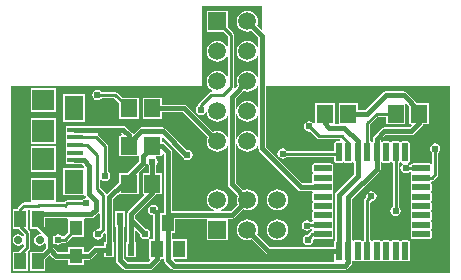
<source format=gtl>
G04*
G04 #@! TF.GenerationSoftware,Altium Limited,Altium Designer,18.1.9 (240)*
G04*
G04 Layer_Physical_Order=1*
G04 Layer_Color=255*
%FSLAX24Y24*%
%MOIN*%
G70*
G01*
G75*
%ADD16R,0.0531X0.0157*%
%ADD17R,0.0630X0.0827*%
%ADD18R,0.0748X0.0709*%
%ADD19R,0.0748X0.0748*%
%ADD20R,0.0413X0.0551*%
%ADD21R,0.0394X0.0551*%
%ADD22R,0.0236X0.0413*%
%ADD23R,0.0551X0.0591*%
G04:AMPARAMS|DCode=24|XSize=61.4mil|YSize=21.7mil|CornerRadius=2.7mil|HoleSize=0mil|Usage=FLASHONLY|Rotation=0.000|XOffset=0mil|YOffset=0mil|HoleType=Round|Shape=RoundedRectangle|*
%AMROUNDEDRECTD24*
21,1,0.0614,0.0162,0,0,0.0*
21,1,0.0560,0.0217,0,0,0.0*
1,1,0.0054,0.0280,-0.0081*
1,1,0.0054,-0.0280,-0.0081*
1,1,0.0054,-0.0280,0.0081*
1,1,0.0054,0.0280,0.0081*
%
%ADD24ROUNDEDRECTD24*%
G04:AMPARAMS|DCode=25|XSize=61.4mil|YSize=21.7mil|CornerRadius=2.7mil|HoleSize=0mil|Usage=FLASHONLY|Rotation=90.000|XOffset=0mil|YOffset=0mil|HoleType=Round|Shape=RoundedRectangle|*
%AMROUNDEDRECTD25*
21,1,0.0614,0.0162,0,0,90.0*
21,1,0.0560,0.0217,0,0,90.0*
1,1,0.0054,0.0081,0.0280*
1,1,0.0054,0.0081,-0.0280*
1,1,0.0054,-0.0081,-0.0280*
1,1,0.0054,-0.0081,0.0280*
%
%ADD25ROUNDEDRECTD25*%
%ADD26R,0.0433X0.0492*%
%ADD43C,0.0100*%
%ADD44C,0.0150*%
%ADD45R,0.0591X0.0591*%
%ADD46C,0.0591*%
%ADD47C,0.0276*%
%ADD48R,0.0591X0.0591*%
%ADD49C,0.0240*%
G36*
X44150Y40946D02*
X44104Y40926D01*
X43967Y41063D01*
X43986Y41110D01*
X43998Y41200D01*
X43986Y41290D01*
X43952Y41374D01*
X43896Y41446D01*
X43824Y41502D01*
X43740Y41536D01*
X43650Y41548D01*
X43560Y41536D01*
X43476Y41502D01*
X43404Y41446D01*
X43348Y41374D01*
X43314Y41290D01*
X43302Y41200D01*
X43314Y41110D01*
X43348Y41026D01*
X43404Y40954D01*
X43476Y40898D01*
X43560Y40864D01*
X43650Y40852D01*
X43740Y40864D01*
X43787Y40883D01*
X44011Y40659D01*
Y40362D01*
X43961Y40352D01*
X43952Y40374D01*
X43896Y40446D01*
X43824Y40502D01*
X43740Y40536D01*
X43650Y40548D01*
X43560Y40536D01*
X43476Y40502D01*
X43404Y40446D01*
X43348Y40374D01*
X43314Y40290D01*
X43302Y40200D01*
X43314Y40110D01*
X43348Y40026D01*
X43404Y39954D01*
X43476Y39898D01*
X43560Y39864D01*
X43650Y39852D01*
X43740Y39864D01*
X43824Y39898D01*
X43896Y39954D01*
X43952Y40026D01*
X43961Y40048D01*
X44011Y40038D01*
Y39362D01*
X43961Y39352D01*
X43952Y39374D01*
X43896Y39446D01*
X43824Y39502D01*
X43740Y39536D01*
X43650Y39548D01*
X43560Y39536D01*
X43476Y39502D01*
X43404Y39446D01*
X43348Y39374D01*
X43314Y39290D01*
X43302Y39200D01*
X43314Y39110D01*
X43333Y39063D01*
X43246Y38977D01*
X43200Y39001D01*
X43202Y39010D01*
Y40750D01*
X43194Y40789D01*
X43172Y40822D01*
X42995Y40999D01*
Y41545D01*
X42305D01*
Y40855D01*
X42851D01*
X42998Y40708D01*
Y40393D01*
X42964Y40379D01*
X42948Y40379D01*
X42896Y40446D01*
X42824Y40502D01*
X42740Y40536D01*
X42650Y40548D01*
X42560Y40536D01*
X42476Y40502D01*
X42404Y40446D01*
X42348Y40374D01*
X42314Y40290D01*
X42302Y40200D01*
X42314Y40110D01*
X42348Y40026D01*
X42404Y39954D01*
X42476Y39898D01*
X42560Y39864D01*
X42650Y39852D01*
X42740Y39864D01*
X42824Y39898D01*
X42896Y39954D01*
X42948Y40021D01*
X42964Y40021D01*
X42998Y40007D01*
Y39393D01*
X42964Y39379D01*
X42948Y39379D01*
X42896Y39446D01*
X42824Y39502D01*
X42740Y39536D01*
X42650Y39548D01*
X42560Y39536D01*
X42476Y39502D01*
X42404Y39446D01*
X42348Y39374D01*
X42314Y39290D01*
X42302Y39200D01*
X42314Y39110D01*
X42348Y39026D01*
X42404Y38954D01*
X42471Y38902D01*
X42471Y38886D01*
X42457Y38852D01*
X42450D01*
X42411Y38844D01*
X42378Y38822D01*
X42028Y38472D01*
X42006Y38439D01*
X41998Y38400D01*
Y38386D01*
X41977Y38373D01*
X41940Y38316D01*
X41927Y38250D01*
X41940Y38184D01*
X41977Y38127D01*
X42034Y38090D01*
X42100Y38077D01*
X42166Y38090D01*
X42223Y38127D01*
X42255Y38175D01*
X42290Y38174D01*
X42306Y38169D01*
X42314Y38110D01*
X42348Y38026D01*
X42404Y37954D01*
X42476Y37898D01*
X42560Y37864D01*
X42650Y37852D01*
X42740Y37864D01*
X42824Y37898D01*
X42896Y37954D01*
X42952Y38026D01*
X42958Y38040D01*
X43008Y38030D01*
Y37370D01*
X42958Y37360D01*
X42952Y37374D01*
X42896Y37446D01*
X42824Y37502D01*
X42740Y37536D01*
X42650Y37548D01*
X42560Y37536D01*
X42513Y37517D01*
X41640Y38390D01*
X41599Y38418D01*
X41550Y38427D01*
X40806D01*
Y38645D01*
X40155D01*
Y37955D01*
X40806D01*
Y38173D01*
X41497D01*
X42333Y37337D01*
X42314Y37290D01*
X42302Y37200D01*
X42314Y37110D01*
X42348Y37026D01*
X42404Y36954D01*
X42476Y36898D01*
X42560Y36864D01*
X42650Y36852D01*
X42740Y36864D01*
X42824Y36898D01*
X42896Y36954D01*
X42952Y37026D01*
X42958Y37040D01*
X43008Y37030D01*
Y35765D01*
X43017Y35716D01*
X43045Y35675D01*
X43333Y35387D01*
X43314Y35340D01*
X43302Y35250D01*
X43314Y35160D01*
X43333Y35113D01*
X43097Y34877D01*
X42783D01*
X42774Y34927D01*
X42824Y34948D01*
X42896Y35004D01*
X42952Y35076D01*
X42986Y35160D01*
X42998Y35250D01*
X42986Y35340D01*
X42952Y35424D01*
X42896Y35496D01*
X42824Y35552D01*
X42740Y35586D01*
X42650Y35598D01*
X42560Y35586D01*
X42476Y35552D01*
X42404Y35496D01*
X42348Y35424D01*
X42314Y35340D01*
X42302Y35250D01*
X42314Y35160D01*
X42348Y35076D01*
X42404Y35004D01*
X42476Y34948D01*
X42526Y34927D01*
X42517Y34877D01*
X41127D01*
Y36845D01*
X41118Y36893D01*
X41090Y36935D01*
X40890Y37135D01*
X40849Y37162D01*
X40806Y37171D01*
Y37306D01*
X40852Y37325D01*
X41489Y36688D01*
X41490Y36684D01*
X41527Y36627D01*
X41584Y36590D01*
X41650Y36577D01*
X41716Y36590D01*
X41773Y36627D01*
X41810Y36684D01*
X41823Y36750D01*
X41810Y36816D01*
X41773Y36873D01*
X41716Y36910D01*
X41650Y36923D01*
X41620Y36917D01*
X40911Y37627D01*
X40869Y37655D01*
X40821Y37664D01*
X40117D01*
X40068Y37655D01*
X40027Y37627D01*
X39856Y37457D01*
X39798Y37469D01*
X39783Y37490D01*
X39594Y37680D01*
X39553Y37707D01*
X39504Y37717D01*
X38219D01*
Y37718D01*
X37587D01*
Y37461D01*
Y37205D01*
Y36949D01*
Y36693D01*
Y36437D01*
X38149D01*
X38215Y36370D01*
X38194Y36320D01*
X37489D01*
Y35394D01*
X38213Y35394D01*
X38233Y35390D01*
X38255Y35384D01*
X38277Y35345D01*
X38255Y35300D01*
X38201Y35289D01*
X38145Y35251D01*
X38131Y35231D01*
X37628D01*
X37589Y35223D01*
X37556Y35201D01*
X37522Y35167D01*
X37320D01*
X37274Y35177D01*
X37274Y35217D01*
Y35986D01*
X36426D01*
Y35212D01*
X36426Y35177D01*
X36382Y35162D01*
X36200D01*
X36161Y35154D01*
X36128Y35132D01*
X36009Y35013D01*
X35987Y34980D01*
X35979Y34941D01*
X35824D01*
Y34290D01*
X36026D01*
X36198Y34118D01*
Y34057D01*
X36148Y34041D01*
X36147Y34042D01*
X36085Y34084D01*
X36012Y34099D01*
X35939Y34084D01*
X35877Y34042D01*
X35835Y33980D01*
X35820Y33907D01*
X35835Y33834D01*
X35877Y33772D01*
X35939Y33730D01*
X36012Y33716D01*
X36085Y33730D01*
X36147Y33772D01*
X36148Y33773D01*
X36198Y33758D01*
Y33701D01*
X36021Y33524D01*
X35824D01*
Y32873D01*
X36338D01*
Y33524D01*
X36338Y33524D01*
X36338D01*
X36353Y33568D01*
X36372Y33587D01*
X36394Y33620D01*
X36402Y33659D01*
Y34160D01*
X36394Y34199D01*
X36372Y34232D01*
X36357Y34247D01*
X36338Y34290D01*
X36338D01*
X36338Y34290D01*
Y34894D01*
X36366Y34911D01*
X36395Y34894D01*
Y34290D01*
X36612D01*
X36761Y34141D01*
X36736Y34095D01*
X36721Y34099D01*
X36647Y34084D01*
X36585Y34042D01*
X36544Y33980D01*
X36529Y33907D01*
X36544Y33834D01*
X36585Y33772D01*
X36647Y33730D01*
X36721Y33716D01*
X36794Y33730D01*
X36856Y33772D01*
X36878Y33804D01*
X36928Y33789D01*
Y33655D01*
X36797Y33524D01*
X36395D01*
Y32873D01*
X36908D01*
Y33275D01*
X37055Y33421D01*
X37179Y33297D01*
X37221Y33270D01*
X37269Y33260D01*
X37683D01*
Y33091D01*
X38217D01*
Y33260D01*
X38380D01*
X38429Y33270D01*
X38470Y33297D01*
X38634Y33461D01*
X38858D01*
Y33331D01*
X39194D01*
Y33845D01*
X39177D01*
Y35277D01*
X39325Y35424D01*
X39368Y35444D01*
Y35444D01*
X39368Y35444D01*
X40019D01*
Y36135D01*
X40019Y36135D01*
X40019D01*
X40033Y36180D01*
X40247Y36393D01*
X40274Y36435D01*
X40275Y36438D01*
X40284Y36441D01*
X40327Y36443D01*
X40353Y36404D01*
Y36135D01*
X40155D01*
Y35444D01*
X40190D01*
X40209Y35398D01*
X39684Y34873D01*
X39656Y34831D01*
X39647Y34783D01*
Y33845D01*
X39606D01*
Y33331D01*
X39942D01*
Y33845D01*
X39901D01*
Y34203D01*
X39948Y34222D01*
X40068Y34101D01*
X40080Y34044D01*
X40117Y33987D01*
X40174Y33950D01*
X40240Y33937D01*
X40306Y33950D01*
X40342Y33974D01*
X40379Y33938D01*
Y33291D01*
X40406D01*
X40425Y33245D01*
X40347Y33167D01*
X39653D01*
X39527Y33293D01*
Y34355D01*
X39568D01*
Y34869D01*
X39232D01*
Y34355D01*
X39273D01*
Y33240D01*
X39282Y33191D01*
X39310Y33150D01*
X39510Y32950D01*
X39551Y32922D01*
X39600Y32913D01*
X40400D01*
X40449Y32922D01*
X40490Y32950D01*
X40716Y33176D01*
X40744Y33217D01*
X40753Y33266D01*
Y33291D01*
X40873D01*
Y33250D01*
X40882Y33201D01*
X40910Y33160D01*
X41110Y32960D01*
X41151Y32932D01*
X41200Y32923D01*
X46900D01*
X46949Y32932D01*
X46990Y32960D01*
X47103Y33072D01*
X47130Y33114D01*
X47140Y33163D01*
Y33205D01*
X47155Y33214D01*
X47191Y33219D01*
X47216Y33202D01*
X47246Y33196D01*
X47409D01*
X47439Y33202D01*
X47464Y33219D01*
X47506D01*
X47531Y33202D01*
X47561Y33196D01*
X47724D01*
X47754Y33202D01*
X47779Y33219D01*
X47821D01*
X47846Y33202D01*
X47876Y33196D01*
X48039D01*
X48069Y33202D01*
X48094Y33219D01*
X48136D01*
X48161Y33202D01*
X48191Y33196D01*
X48354D01*
X48384Y33202D01*
X48409Y33219D01*
X48451D01*
X48476Y33202D01*
X48506Y33196D01*
X48669D01*
X48699Y33202D01*
X48724Y33219D01*
X48766D01*
X48791Y33202D01*
X48821Y33196D01*
X48984D01*
X49014Y33202D01*
X49039Y33219D01*
X49056Y33244D01*
X49062Y33274D01*
Y33834D01*
X49056Y33864D01*
X49039Y33890D01*
X49014Y33907D01*
X48984Y33913D01*
X48821D01*
X48791Y33907D01*
X48766Y33890D01*
X48724D01*
X48699Y33907D01*
X48669Y33913D01*
X48506D01*
X48476Y33907D01*
X48451Y33890D01*
X48409D01*
X48384Y33907D01*
X48354Y33913D01*
X48191D01*
X48161Y33907D01*
X48136Y33890D01*
X48094D01*
X48069Y33907D01*
X48039Y33913D01*
X47876D01*
X47846Y33907D01*
X47821Y33890D01*
X47787D01*
X47744Y33926D01*
Y35148D01*
X47780Y35192D01*
X47846Y35205D01*
X47903Y35242D01*
X47940Y35299D01*
X47953Y35365D01*
X47940Y35431D01*
X47903Y35488D01*
X47846Y35525D01*
X47780Y35538D01*
X47714Y35525D01*
X47657Y35488D01*
X47620Y35431D01*
X47607Y35365D01*
X47611Y35341D01*
X47570Y35300D01*
X47548Y35267D01*
X47541Y35228D01*
Y33909D01*
X47531Y33907D01*
X47506Y33890D01*
X47464D01*
X47439Y33907D01*
X47409Y33913D01*
X47246D01*
X47216Y33907D01*
X47191Y33890D01*
X47184D01*
X47140Y33931D01*
Y35285D01*
X48048Y36192D01*
X48075Y36234D01*
X48085Y36282D01*
Y36496D01*
X48107Y36510D01*
X48136D01*
X48161Y36493D01*
X48191Y36487D01*
X48354D01*
X48384Y36493D01*
X48409Y36510D01*
X48443D01*
X48485Y36475D01*
Y35021D01*
X48465Y35007D01*
X48427Y34951D01*
X48414Y34885D01*
X48427Y34818D01*
X48465Y34762D01*
X48521Y34725D01*
X48587Y34711D01*
X48654Y34725D01*
X48710Y34762D01*
X48748Y34818D01*
X48761Y34885D01*
X48748Y34951D01*
X48710Y35007D01*
X48689Y35021D01*
Y36491D01*
X48699Y36493D01*
X48724Y36510D01*
X48766D01*
X48791Y36493D01*
X48805Y36490D01*
X48818Y36444D01*
X48818Y36439D01*
X48797Y36425D01*
X48760Y36369D01*
X48747Y36302D01*
X48760Y36236D01*
X48797Y36180D01*
X48854Y36142D01*
X48920Y36129D01*
X48986Y36142D01*
X49043Y36180D01*
X49044Y36182D01*
X49061Y36185D01*
X49100Y36181D01*
X49110Y36166D01*
Y36124D01*
X49093Y36099D01*
X49087Y36069D01*
Y35906D01*
X49093Y35876D01*
X49110Y35851D01*
Y35809D01*
X49093Y35784D01*
X49087Y35754D01*
Y35591D01*
X49093Y35561D01*
X49110Y35536D01*
Y35494D01*
X49093Y35469D01*
X49087Y35439D01*
Y35276D01*
X49093Y35246D01*
X49110Y35221D01*
Y35179D01*
X49093Y35154D01*
X49087Y35124D01*
Y34961D01*
X49093Y34931D01*
X49110Y34906D01*
Y34864D01*
X49093Y34839D01*
X49087Y34809D01*
Y34646D01*
X49093Y34616D01*
X49110Y34591D01*
Y34549D01*
X49093Y34524D01*
X49087Y34494D01*
Y34331D01*
X49093Y34301D01*
X49110Y34276D01*
Y34234D01*
X49093Y34209D01*
X49087Y34179D01*
Y34016D01*
X49093Y33986D01*
X49110Y33961D01*
X49136Y33944D01*
X49166Y33938D01*
X49726D01*
X49756Y33944D01*
X49781Y33961D01*
X49798Y33986D01*
X49804Y34016D01*
Y34179D01*
X49798Y34209D01*
X49781Y34234D01*
Y34276D01*
X49798Y34301D01*
X49804Y34331D01*
Y34494D01*
X49798Y34524D01*
X49781Y34549D01*
Y34591D01*
X49798Y34616D01*
X49804Y34646D01*
Y34809D01*
X49798Y34839D01*
X49781Y34864D01*
Y34906D01*
X49798Y34931D01*
X49804Y34961D01*
Y35124D01*
X49798Y35154D01*
X49781Y35179D01*
Y35221D01*
X49798Y35246D01*
X49804Y35276D01*
Y35439D01*
X49798Y35469D01*
X49781Y35494D01*
Y35536D01*
X49798Y35561D01*
X49804Y35591D01*
Y35754D01*
X49798Y35784D01*
X49781Y35809D01*
Y35851D01*
X49798Y35876D01*
X49800Y35885D01*
X49839Y35893D01*
X49872Y35915D01*
X49982Y36025D01*
X50004Y36058D01*
X50012Y36097D01*
Y36824D01*
X50033Y36837D01*
X50070Y36894D01*
X50083Y36960D01*
X50070Y37026D01*
X50033Y37083D01*
X49976Y37120D01*
X49910Y37133D01*
X49844Y37120D01*
X49787Y37083D01*
X49750Y37026D01*
X49737Y36960D01*
X49750Y36894D01*
X49787Y36837D01*
X49808Y36824D01*
Y36481D01*
X49758Y36455D01*
X49756Y36456D01*
X49726Y36462D01*
X49166D01*
X49136Y36456D01*
X49110Y36439D01*
X49100Y36423D01*
X49061Y36420D01*
X49044Y36423D01*
X49043Y36425D01*
X49016Y36443D01*
X49015Y36463D01*
X49022Y36499D01*
X49039Y36510D01*
X49056Y36536D01*
X49062Y36566D01*
Y37126D01*
X49056Y37156D01*
X49039Y37181D01*
X49014Y37198D01*
X48984Y37204D01*
X48821D01*
X48791Y37198D01*
X48766Y37181D01*
X48724D01*
X48699Y37198D01*
X48669Y37204D01*
X48506D01*
X48476Y37198D01*
X48451Y37181D01*
X48409D01*
X48384Y37198D01*
X48354Y37204D01*
X48191D01*
X48161Y37198D01*
X48136Y37181D01*
X48129D01*
X48108Y37201D01*
X48107Y37262D01*
X48253Y37408D01*
X49110D01*
X49159Y37417D01*
X49200Y37445D01*
X49465Y37710D01*
X49493Y37751D01*
X49498Y37780D01*
X49700D01*
Y38470D01*
X49310D01*
X48950Y38830D01*
X48909Y38858D01*
X48860Y38867D01*
X48255D01*
X48206Y38858D01*
X48165Y38830D01*
X47587Y38252D01*
X47338D01*
Y38470D01*
X46687D01*
Y37780D01*
X46638Y37777D01*
X46600D01*
X46551Y37780D01*
Y38470D01*
X45900D01*
Y37812D01*
X45850Y37797D01*
X45833Y37823D01*
X45776Y37860D01*
X45710Y37873D01*
X45644Y37860D01*
X45587Y37823D01*
X45550Y37766D01*
X45537Y37700D01*
X45550Y37634D01*
X45587Y37577D01*
X45644Y37540D01*
X45710Y37527D01*
X45734Y37531D01*
X45968Y37298D01*
X46001Y37276D01*
X46040Y37268D01*
X46723D01*
X46732Y37254D01*
X46706Y37204D01*
X46616D01*
X46586Y37198D01*
X46561Y37181D01*
X46544Y37156D01*
X46538Y37126D01*
Y36892D01*
X44956D01*
X44943Y36913D01*
X44886Y36950D01*
X44820Y36963D01*
X44754Y36950D01*
X44697Y36913D01*
X44660Y36856D01*
X44647Y36790D01*
X44660Y36724D01*
X44697Y36667D01*
X44754Y36630D01*
X44820Y36617D01*
X44886Y36630D01*
X44943Y36667D01*
X44956Y36688D01*
X46538D01*
Y36566D01*
X46544Y36536D01*
X46561Y36510D01*
X46586Y36493D01*
X46616Y36487D01*
X46779D01*
X46809Y36493D01*
X46834Y36510D01*
X46876D01*
X46901Y36493D01*
X46931Y36487D01*
X47094D01*
X47124Y36493D01*
X47149Y36510D01*
X47156D01*
X47200Y36469D01*
Y36105D01*
X46608Y35513D01*
X46580Y35471D01*
X46570Y35423D01*
Y33896D01*
X46561Y33890D01*
X46544Y33864D01*
X46538Y33834D01*
Y33687D01*
X44393D01*
X43967Y34113D01*
X43986Y34160D01*
X43998Y34250D01*
X43986Y34340D01*
X43952Y34424D01*
X43896Y34496D01*
X43824Y34552D01*
X43740Y34586D01*
X43650Y34598D01*
X43560Y34586D01*
X43476Y34552D01*
X43404Y34496D01*
X43348Y34424D01*
X43314Y34340D01*
X43302Y34250D01*
X43314Y34160D01*
X43348Y34076D01*
X43404Y34004D01*
X43476Y33948D01*
X43560Y33914D01*
X43650Y33902D01*
X43740Y33914D01*
X43787Y33933D01*
X44250Y33470D01*
X44291Y33442D01*
X44340Y33433D01*
X46538D01*
Y33274D01*
X46544Y33244D01*
X46555Y33227D01*
X46545Y33196D01*
X46533Y33177D01*
X41253D01*
X41185Y33245D01*
X41204Y33291D01*
X41621D01*
Y33943D01*
X41127D01*
Y34157D01*
X41247D01*
Y34623D01*
X42266D01*
X42305Y34595D01*
X42305Y34573D01*
Y33905D01*
X42995D01*
Y34573D01*
X42995Y34595D01*
X43034Y34623D01*
X43150D01*
X43199Y34632D01*
X43240Y34660D01*
X43513Y34933D01*
X43560Y34914D01*
X43650Y34902D01*
X43740Y34914D01*
X43824Y34948D01*
X43896Y35004D01*
X43952Y35076D01*
X43986Y35160D01*
X43998Y35250D01*
X43986Y35340D01*
X43952Y35424D01*
X43896Y35496D01*
X43824Y35552D01*
X43740Y35586D01*
X43650Y35598D01*
X43560Y35586D01*
X43513Y35567D01*
X43263Y35818D01*
Y37115D01*
X43313Y37118D01*
X43314Y37110D01*
X43348Y37026D01*
X43404Y36954D01*
X43476Y36898D01*
X43560Y36864D01*
X43650Y36852D01*
X43740Y36864D01*
X43824Y36898D01*
X43896Y36954D01*
X43952Y37026D01*
X43961Y37048D01*
X44011Y37038D01*
Y36962D01*
X44021Y36913D01*
X44048Y36872D01*
X45337Y35582D01*
X45379Y35555D01*
X45428Y35545D01*
X45805D01*
X45819Y35523D01*
Y35494D01*
X45802Y35469D01*
X45796Y35439D01*
Y35276D01*
X45802Y35246D01*
X45819Y35221D01*
Y35179D01*
X45802Y35154D01*
X45796Y35124D01*
Y34961D01*
X45802Y34931D01*
X45819Y34906D01*
Y34864D01*
X45802Y34839D01*
X45796Y34809D01*
Y34646D01*
X45802Y34616D01*
X45819Y34591D01*
Y34557D01*
X45783Y34515D01*
X45750D01*
X45696Y34550D01*
X45630Y34563D01*
X45564Y34550D01*
X45507Y34513D01*
X45470Y34456D01*
X45457Y34390D01*
X45470Y34324D01*
X45507Y34267D01*
X45564Y34230D01*
X45630Y34217D01*
X45696Y34230D01*
X45753Y34267D01*
X45803Y34261D01*
X45810Y34237D01*
X45781Y34194D01*
X45771Y34192D01*
X45766Y34188D01*
X45760Y34187D01*
X45750Y34178D01*
X45738Y34170D01*
X45735Y34165D01*
X45730Y34161D01*
X45676Y34092D01*
X45670Y34093D01*
X45604Y34080D01*
X45547Y34043D01*
X45510Y33986D01*
X45497Y33920D01*
X45510Y33854D01*
X45547Y33797D01*
X45604Y33760D01*
X45670Y33747D01*
X45736Y33760D01*
X45793Y33797D01*
X45830Y33854D01*
X45843Y33920D01*
X45891Y33938D01*
X46434D01*
X46464Y33944D01*
X46490Y33961D01*
X46507Y33986D01*
X46513Y34016D01*
Y34179D01*
X46507Y34209D01*
X46490Y34234D01*
Y34276D01*
X46507Y34301D01*
X46513Y34331D01*
Y34494D01*
X46507Y34524D01*
X46490Y34549D01*
Y34591D01*
X46507Y34616D01*
X46513Y34646D01*
Y34809D01*
X46507Y34839D01*
X46490Y34864D01*
Y34906D01*
X46507Y34931D01*
X46513Y34961D01*
Y35124D01*
X46507Y35154D01*
X46490Y35179D01*
Y35221D01*
X46507Y35246D01*
X46513Y35276D01*
Y35439D01*
X46507Y35469D01*
X46490Y35494D01*
Y35536D01*
X46507Y35561D01*
X46513Y35591D01*
Y35754D01*
X46507Y35784D01*
X46490Y35809D01*
Y35851D01*
X46507Y35876D01*
X46513Y35906D01*
Y36069D01*
X46507Y36099D01*
X46490Y36124D01*
Y36166D01*
X46507Y36191D01*
X46513Y36221D01*
Y36384D01*
X46507Y36414D01*
X46490Y36439D01*
X46464Y36456D01*
X46434Y36462D01*
X45874D01*
X45844Y36456D01*
X45819Y36439D01*
X45802Y36414D01*
X45796Y36384D01*
Y36221D01*
X45802Y36191D01*
X45819Y36166D01*
Y36124D01*
X45802Y36099D01*
X45796Y36069D01*
Y35906D01*
X45802Y35876D01*
X45819Y35851D01*
Y35844D01*
X45778Y35800D01*
X45480D01*
X44266Y37014D01*
Y39050D01*
X50400D01*
Y32800D01*
X35767D01*
Y39050D01*
X42150D01*
Y41700D01*
X44150D01*
Y40946D01*
D02*
G37*
G36*
X44011Y39038D02*
Y38362D01*
X43961Y38352D01*
X43952Y38374D01*
X43896Y38446D01*
X43824Y38502D01*
X43740Y38536D01*
X43650Y38548D01*
X43560Y38536D01*
X43476Y38502D01*
X43404Y38446D01*
X43348Y38374D01*
X43314Y38290D01*
X43313Y38282D01*
X43263Y38285D01*
Y38632D01*
X43513Y38883D01*
X43560Y38864D01*
X43650Y38852D01*
X43740Y38864D01*
X43824Y38898D01*
X43896Y38954D01*
X43952Y39026D01*
X43961Y39048D01*
X44011Y39038D01*
D02*
G37*
G36*
X49049Y38371D02*
Y37780D01*
X49109D01*
X49128Y37734D01*
X49057Y37663D01*
X48200D01*
X48151Y37653D01*
X48110Y37625D01*
X47867Y37383D01*
X47840Y37341D01*
X47830Y37293D01*
Y37198D01*
X47785Y37182D01*
X47744Y37217D01*
Y37765D01*
X48002Y38023D01*
X48262D01*
Y37780D01*
X48913D01*
Y38436D01*
X48963Y38457D01*
X49049Y38371D01*
D02*
G37*
G36*
X43314Y38110D02*
X43348Y38026D01*
X43404Y37954D01*
X43476Y37898D01*
X43560Y37864D01*
X43650Y37852D01*
X43740Y37864D01*
X43824Y37898D01*
X43896Y37954D01*
X43952Y38026D01*
X43961Y38048D01*
X44011Y38038D01*
Y37362D01*
X43961Y37352D01*
X43952Y37374D01*
X43896Y37446D01*
X43824Y37502D01*
X43740Y37536D01*
X43650Y37548D01*
X43560Y37536D01*
X43476Y37502D01*
X43404Y37446D01*
X43348Y37374D01*
X43314Y37290D01*
X43313Y37282D01*
X43263Y37285D01*
Y38115D01*
X43313Y38118D01*
X43314Y38110D01*
D02*
G37*
G36*
X39454Y37440D02*
X39430Y37390D01*
X39368D01*
Y36699D01*
X39986D01*
X40019Y36699D01*
X40029Y36654D01*
Y36536D01*
X39628Y36135D01*
X39368D01*
Y35827D01*
X38976Y35435D01*
X38923Y35448D01*
X38922Y35450D01*
X38919Y35463D01*
X38897Y35496D01*
X38732Y35661D01*
Y35901D01*
X38760Y35914D01*
X38782Y35920D01*
X38834Y35885D01*
X38900Y35872D01*
X38966Y35885D01*
X39023Y35923D01*
X39060Y35979D01*
X39073Y36045D01*
X39060Y36112D01*
X39023Y36168D01*
X39002Y36182D01*
Y37033D01*
X38994Y37072D01*
X38972Y37106D01*
X38672Y37406D01*
X38663Y37412D01*
X38678Y37462D01*
X39437D01*
X39454Y37440D01*
D02*
G37*
G36*
X40873Y36767D02*
Y34809D01*
X40793D01*
X40748Y34824D01*
X40744Y34843D01*
X40737Y34852D01*
X40737Y34852D01*
X40716Y34884D01*
X40682Y34919D01*
X40670Y34976D01*
X40633Y35033D01*
X40576Y35070D01*
X40510Y35083D01*
X40444Y35070D01*
X40387Y35033D01*
X40350Y34976D01*
X40337Y34910D01*
X40350Y34844D01*
X40387Y34787D01*
X40444Y34750D01*
X40499Y34739D01*
Y33943D01*
X40394D01*
X40362Y33983D01*
X40363Y33987D01*
X40400Y34044D01*
X40413Y34110D01*
X40400Y34176D01*
X40363Y34233D01*
X40306Y34270D01*
X40249Y34282D01*
X39901Y34629D01*
Y34730D01*
X40571Y35399D01*
X40598Y35440D01*
X40599Y35444D01*
X40806D01*
Y36135D01*
X40608D01*
Y36406D01*
X40640Y36454D01*
X40653Y36520D01*
X40640Y36586D01*
X40603Y36643D01*
X40592Y36649D01*
X40607Y36699D01*
X40806D01*
Y36754D01*
X40856Y36779D01*
X40873Y36767D01*
D02*
G37*
G36*
X38723Y34792D02*
Y34304D01*
X38681Y34267D01*
X38675Y34269D01*
X38609Y34255D01*
X38553Y34218D01*
X38515Y34162D01*
X38502Y34095D01*
X38515Y34029D01*
X38553Y33973D01*
X38609Y33935D01*
X38675Y33922D01*
X38742Y33935D01*
X38798Y33973D01*
X38835Y34029D01*
X38849Y34095D01*
X38846Y34110D01*
X38877Y34139D01*
X38923Y34120D01*
Y33845D01*
X38858D01*
Y33716D01*
X38581D01*
X38532Y33706D01*
X38491Y33678D01*
X38327Y33515D01*
X38217D01*
Y33683D01*
X37683D01*
Y33515D01*
X37322D01*
X37182Y33655D01*
Y33778D01*
X37209Y33791D01*
X37232Y33797D01*
X37284Y33763D01*
X37350Y33750D01*
X37416Y33763D01*
X37473Y33800D01*
X37486Y33821D01*
X37560D01*
X37599Y33829D01*
X37632Y33851D01*
X37798Y34017D01*
X38217D01*
Y34609D01*
X38255Y34638D01*
X38445D01*
X38494Y34647D01*
X38535Y34675D01*
X38673Y34813D01*
X38723Y34792D01*
D02*
G37*
G36*
X37683Y34609D02*
Y34190D01*
X37531Y34038D01*
X37475Y34042D01*
X37473Y34045D01*
X37416Y34083D01*
X37350Y34096D01*
X37284Y34083D01*
X37227Y34045D01*
X37176Y34059D01*
X37173Y34077D01*
X37145Y34118D01*
X36908Y34355D01*
Y34638D01*
X37645D01*
X37683Y34609D01*
D02*
G37*
%LPC*%
G36*
X37274Y38978D02*
X36426D01*
Y38169D01*
X37274D01*
Y38978D01*
D02*
G37*
G36*
X38650Y38923D02*
X38584Y38910D01*
X38527Y38873D01*
X38490Y38816D01*
X38477Y38750D01*
X38490Y38684D01*
X38527Y38627D01*
X38584Y38590D01*
X38650Y38577D01*
X38716Y38590D01*
X38773Y38627D01*
X38786Y38648D01*
X39201D01*
X39368Y38481D01*
Y37955D01*
X40019D01*
Y38645D01*
X39492D01*
X39315Y38822D01*
X39282Y38844D01*
X39243Y38852D01*
X38786D01*
X38773Y38873D01*
X38716Y38910D01*
X38650Y38923D01*
D02*
G37*
G36*
X38219Y38761D02*
X37489D01*
Y37835D01*
X38219D01*
Y38761D01*
D02*
G37*
G36*
X37274Y37974D02*
X36426D01*
Y37126D01*
X37274D01*
Y37974D01*
D02*
G37*
G36*
Y37029D02*
X36426D01*
Y36181D01*
X37274D01*
Y37029D01*
D02*
G37*
G36*
X44650Y35598D02*
X44560Y35586D01*
X44476Y35552D01*
X44404Y35496D01*
X44348Y35424D01*
X44314Y35340D01*
X44302Y35250D01*
X44314Y35160D01*
X44348Y35076D01*
X44404Y35004D01*
X44476Y34948D01*
X44560Y34914D01*
X44650Y34902D01*
X44740Y34914D01*
X44824Y34948D01*
X44896Y35004D01*
X44952Y35076D01*
X44986Y35160D01*
X44998Y35250D01*
X44986Y35340D01*
X44952Y35424D01*
X44896Y35496D01*
X44824Y35552D01*
X44740Y35586D01*
X44650Y35598D01*
D02*
G37*
G36*
Y34598D02*
X44560Y34586D01*
X44476Y34552D01*
X44404Y34496D01*
X44348Y34424D01*
X44314Y34340D01*
X44302Y34250D01*
X44314Y34160D01*
X44348Y34076D01*
X44404Y34004D01*
X44476Y33948D01*
X44560Y33914D01*
X44650Y33902D01*
X44740Y33914D01*
X44824Y33948D01*
X44896Y34004D01*
X44952Y34076D01*
X44986Y34160D01*
X44998Y34250D01*
X44986Y34340D01*
X44952Y34424D01*
X44896Y34496D01*
X44824Y34552D01*
X44740Y34586D01*
X44650Y34598D01*
D02*
G37*
%LPD*%
D16*
X37903Y37078D02*
D03*
Y37333D02*
D03*
Y36822D02*
D03*
Y37589D02*
D03*
Y36566D02*
D03*
D17*
X37854Y38298D02*
D03*
Y35857D02*
D03*
D18*
X36850Y38574D02*
D03*
Y35582D02*
D03*
D19*
Y37550D02*
D03*
Y36605D02*
D03*
D20*
X36081Y33198D02*
D03*
Y34616D02*
D03*
X36652Y33198D02*
D03*
Y34616D02*
D03*
D21*
X40626Y33617D02*
D03*
X41374D02*
D03*
X41000Y34483D02*
D03*
D22*
X39400Y34612D02*
D03*
X39774Y33588D02*
D03*
X39026D02*
D03*
D23*
X39693Y35789D02*
D03*
X40481D02*
D03*
Y37045D02*
D03*
X39693D02*
D03*
X47013Y38125D02*
D03*
X46225D02*
D03*
X48587D02*
D03*
X49375D02*
D03*
X39693Y38300D02*
D03*
X40481D02*
D03*
D24*
X49446Y36302D02*
D03*
Y35987D02*
D03*
Y35672D02*
D03*
Y35357D02*
D03*
Y35043D02*
D03*
Y34728D02*
D03*
Y34413D02*
D03*
Y34098D02*
D03*
X46154D02*
D03*
Y34413D02*
D03*
Y34728D02*
D03*
Y35043D02*
D03*
Y35357D02*
D03*
Y35672D02*
D03*
Y35987D02*
D03*
Y36302D02*
D03*
D25*
X46698Y36846D02*
D03*
X47013D02*
D03*
X47328D02*
D03*
X47643D02*
D03*
X47957D02*
D03*
X48272D02*
D03*
X48587D02*
D03*
X48902D02*
D03*
Y33554D02*
D03*
X48587D02*
D03*
X48272D02*
D03*
X47957D02*
D03*
X47643D02*
D03*
X47328D02*
D03*
X47013D02*
D03*
X46698D02*
D03*
D26*
X37950Y33387D02*
D03*
Y34313D02*
D03*
D43*
X37560Y33923D02*
X37950Y34313D01*
X37350Y33923D02*
X37560D01*
X37628Y35129D02*
X38267D01*
X36081Y33440D02*
X36300Y33659D01*
Y34160D01*
X36081Y34379D02*
X36300Y34160D01*
X39243Y38750D02*
X39693Y38300D01*
X38650Y38750D02*
X39243D01*
X38825Y34245D02*
Y35424D01*
X38630Y35619D02*
X38825Y35424D01*
X38630Y35619D02*
Y36748D01*
X38675Y34095D02*
X38825Y34245D01*
X37559Y35060D02*
X37628Y35129D01*
X38300Y37078D02*
X38630Y36748D01*
X38600Y37333D02*
X38900Y37033D01*
Y36045D02*
Y37033D01*
X37554Y35065D02*
X37559Y35060D01*
X36687Y35065D02*
X37554D01*
X36682Y35060D02*
X36687Y35065D01*
X36200Y35060D02*
X36682D01*
X36081Y34941D02*
X36200Y35060D01*
X44820Y36790D02*
X46698D01*
X47643Y33554D02*
Y35228D01*
X47780Y35365D01*
X45810Y34098D02*
X46154D01*
X45670Y33920D02*
X45810Y34098D01*
X45653Y34413D02*
X46154D01*
X45630Y34390D02*
X45653Y34413D01*
X42100Y38250D02*
Y38400D01*
X42450Y38750D01*
X42840D01*
X43100Y39010D01*
Y40750D01*
X42650Y41200D02*
X43100Y40750D01*
X37903Y37078D02*
X38300D01*
X37903Y37333D02*
X38600D01*
X49910Y36097D02*
Y36960D01*
X49800Y35987D02*
X49910Y36097D01*
X49446Y35987D02*
X49800D01*
X47643Y36846D02*
Y37808D01*
X47960Y38125D01*
X48587D01*
X36081Y34616D02*
Y34941D01*
X48587Y34885D02*
Y36846D01*
X45710Y37700D02*
X46040Y37370D01*
X46800D01*
X47013Y37157D01*
Y36846D02*
Y37157D01*
X46698Y36790D02*
Y36846D01*
X48920Y36302D02*
X49446D01*
X36081Y34379D02*
Y34616D01*
Y33198D02*
Y33440D01*
D44*
X41000Y34750D02*
X43150D01*
X37055Y33602D02*
X37269Y33387D01*
X37055Y33602D02*
Y34028D01*
X36652Y34431D02*
X37055Y34028D01*
X36652Y34431D02*
Y34616D01*
X38380Y35433D02*
X38600Y35213D01*
X38380Y35433D02*
Y36386D01*
X36652Y33198D02*
X37055Y33602D01*
X39659Y37079D02*
X39693Y37113D01*
X41607Y36750D02*
X41650D01*
X40821Y37537D02*
X41607Y36750D01*
X40117Y37537D02*
X40821D01*
X39693Y37113D02*
X40117Y37537D01*
X39693Y37113D02*
Y37400D01*
Y37045D02*
Y37113D01*
X44340Y33560D02*
X46698D01*
X39774Y34783D02*
X40481Y35489D01*
X39775Y34575D02*
X40240Y34110D01*
X38600Y34920D02*
Y35213D01*
X38445Y34765D02*
X38600Y34920D01*
X36721Y34765D02*
X38445D01*
X39510Y35789D02*
X39521Y35800D01*
X39050Y35329D02*
X39510Y35789D01*
X39693D01*
X39521Y35800D02*
X39664D01*
X39026Y33588D02*
X39050Y33612D01*
Y35329D01*
X38200Y36566D02*
X38380Y36386D01*
X48860Y38740D02*
X49350Y38250D01*
X48255Y38740D02*
X48860D01*
X47640Y38125D02*
X48255Y38740D01*
X43135Y38685D02*
X43650Y39200D01*
X43135Y35765D02*
Y38685D01*
Y35765D02*
X43650Y35250D01*
X40156Y36721D02*
X40481Y37045D01*
X46698Y33560D02*
Y35423D01*
X41000Y34750D02*
Y36845D01*
Y34483D02*
Y34750D01*
X40480Y36520D02*
X40481Y36519D01*
Y35789D02*
Y36519D01*
X40800Y37045D02*
X41000Y36845D01*
X40481Y37045D02*
X40800D01*
X37269Y33387D02*
X37950D01*
X40626Y33617D02*
Y34794D01*
X40510Y34910D02*
X40626Y34794D01*
X36652Y34616D02*
X36780D01*
X37903Y36566D02*
X38200D01*
X40481Y35489D02*
Y35789D01*
X39774Y33588D02*
Y34783D01*
X43150Y34750D02*
X43650Y35250D01*
X41000Y33250D02*
Y34483D01*
Y33250D02*
X41200Y33050D01*
X46900D01*
X47013Y33163D01*
Y33554D01*
X40156Y36483D02*
Y36721D01*
X39693Y36020D02*
X40156Y36483D01*
X39693Y35789D02*
Y36020D01*
X39400Y33240D02*
Y34612D01*
Y33240D02*
X39600Y33040D01*
X40400D01*
X40626Y33266D01*
Y33617D01*
X46698Y35423D02*
X47328Y36053D01*
Y36846D01*
X46225Y37800D02*
Y38125D01*
Y37800D02*
X46375Y37650D01*
X46878D01*
X47328Y37200D01*
Y36846D02*
Y37200D01*
X47957Y36282D02*
Y36846D01*
X47013Y35338D02*
X47957Y36282D01*
X47013Y33554D02*
Y35338D01*
X49375Y37800D02*
Y38125D01*
X49110Y37535D02*
X49375Y37800D01*
X48200Y37535D02*
X49110D01*
X47957Y37293D02*
X48200Y37535D01*
X47957Y36846D02*
Y37293D01*
X46698Y33554D02*
Y33560D01*
X43650Y34250D02*
X44340Y33560D01*
X40481Y38300D02*
X41550D01*
X42650Y37200D01*
X39504Y37589D02*
X39693Y37400D01*
X37903Y37589D02*
X39504D01*
X47013Y38125D02*
X47640D01*
X38581Y33588D02*
X39026D01*
X38380Y33387D02*
X38581Y33588D01*
X37950Y33387D02*
X38380D01*
X43650Y41200D02*
X44138Y40712D01*
Y36962D02*
Y40712D01*
Y36962D02*
X45428Y35672D01*
X46154D01*
D45*
X42650Y34250D02*
D03*
D46*
Y35250D02*
D03*
X43650Y34250D02*
D03*
Y35250D02*
D03*
X44650Y34250D02*
D03*
Y35250D02*
D03*
X43650Y37200D02*
D03*
X42650D02*
D03*
X43650Y38200D02*
D03*
X42650D02*
D03*
X43650Y39200D02*
D03*
X42650D02*
D03*
X43650Y40200D02*
D03*
X42650D02*
D03*
X43650Y41200D02*
D03*
D47*
X36012Y33907D02*
D03*
X36721D02*
D03*
D48*
X42650Y41200D02*
D03*
D49*
X37350Y33923D02*
D03*
X38267Y35129D02*
D03*
X41650Y36750D02*
D03*
X38650Y38750D02*
D03*
X38900Y36045D02*
D03*
X40480Y36520D02*
D03*
X47780Y35365D02*
D03*
X45670Y33920D02*
D03*
X45630Y34390D02*
D03*
X42100Y38250D02*
D03*
X38675Y34095D02*
D03*
X49910Y36960D02*
D03*
X40510Y34910D02*
D03*
X48587Y34885D02*
D03*
X45710Y37700D02*
D03*
X44820Y36790D02*
D03*
X40240Y34110D02*
D03*
X48920Y36302D02*
D03*
M02*

</source>
